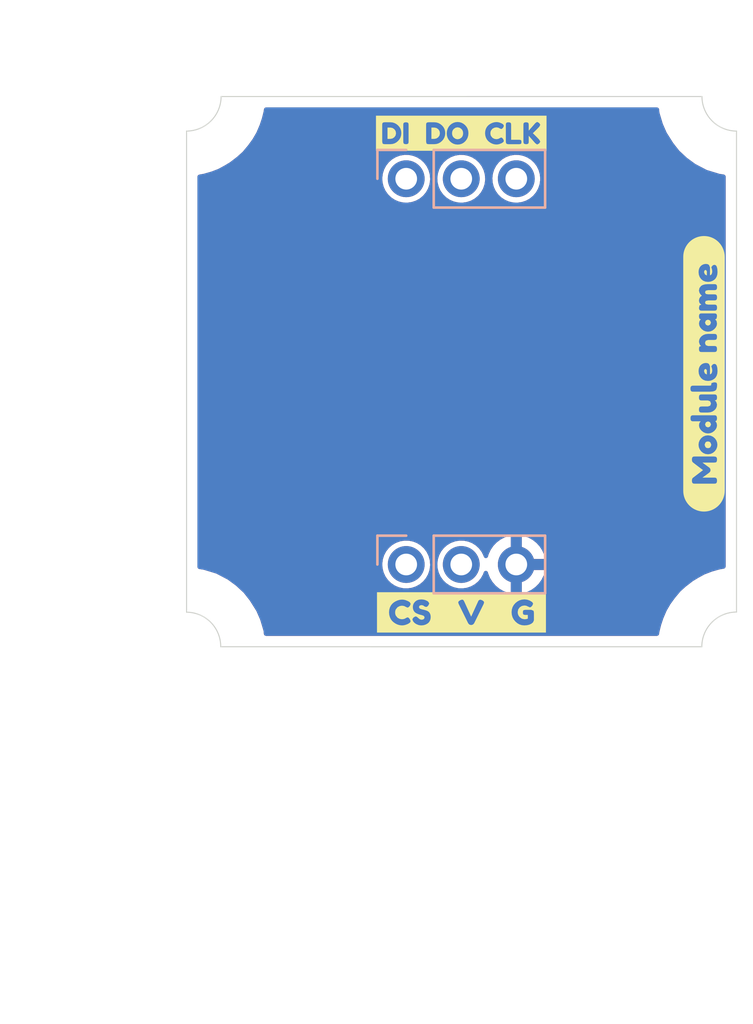
<source format=kicad_pcb>
(kicad_pcb (version 20211014) (generator pcbnew)
  (title_block (title "PRODUCT NAME"))
  (layers (0 "F.Cu" signal) (31 "B.Cu" signal) (34 "B.Paste" user) (35 "F.Paste" user) (36 "B.SilkS" user "B.Silkscreen") (37 "F.SilkS" user "F.Silkscreen") (38 "B.Mask" user) (39 "F.Mask" user) (44 "Edge.Cuts" user))
  (net 0 "")
  (net 1 "GND")
  (net 2 "V")
  (net 3 "DI")
  (net 4 "DO")
  (net 5 "CLK")
  (net 6 "CS")
  (footprint "kibuzzard-63E39612" (layer "F.Cu") (at 89.3842 56.8384)
    (fp_text reference "kibuzzard-63E39612" hide)
    (fp_text value "G***" hide)
    (fp_poly (pts (xy -3.567824 -0.930804) (xy -3.898553 -0.930804) (xy -3.898553 0.930804) (xy -3.567824 0.930804) (xy -2.736056 0.930804) (xy -2.736056 0.600075) (xy -2.811859 0.595114) (xy -2.888456 0.580231) (xy -2.966641 0.553641) (xy -3.047206 0.513556) (xy -3.124795 0.461566) (xy -3.19405 0.399256) (xy -3.253383 0.322263) (xy -3.301206 0.226219) (xy -3.332758 0.116086) (xy -3.343275 -0.003175) (xy -3.332956 -0.121245) (xy -3.302 -0.227806) (xy -3.25497 -0.319881) (xy -3.196431 -0.394494) (xy -3.127573 -0.455017) (xy -3.049588 -0.504825) (xy -2.945694 -0.55245) (xy -2.841449 -0.581025) (xy -2.73685 -0.59055) (xy -2.661642 -0.584795) (xy -2.585244 -0.567531) (xy -2.468563 -0.5207) (xy -2.430463 -0.498475) (xy -2.386013 -0.4699) (xy -2.344738 -0.394494) (xy -2.378075 -0.306388) (xy -2.436813 -0.242094) (xy -2.4892 -0.220663) (xy -2.570163 -0.255587) (xy -2.64795 -0.296069) (xy -2.747963 -0.309562) (xy -2.850356 -0.291703) (xy -2.951163 -0.238125) (xy -3.030538 -0.1397) (xy -3.05435 -0.072033) (xy -3.062288 0.003969) (xy -3.05435 0.07997) (xy -3.030538 0.147637) (xy -2.949575 0.24765) (xy -2.850753 0.300038) (xy -2.747963 0.3175) (xy -2.655094 0.3048) (xy -2.592388 0.2794) (xy -2.563813 0.258762) (xy -2.487613 0.227013) (xy -2.436416 0.249238) (xy -2.38125 0.315913) (xy -2.346325 0.404813) (xy -2.367756 0.460375) (xy -2.417763 0.500063) (xy -2.472531 0.5334) (xy -2.579688 0.574675) (xy -2.659261 0.593725) (xy -2.736056 0.600075) (xy -2.736056 0.930804) (xy -1.843088 0.930804) (xy -1.843088 0.600075) (xy -1.915716 0.595511) (xy -1.984375 0.581819) (xy -2.092325 0.536575) (xy -2.163763 0.486569) (xy -2.2098 0.43815) (xy -2.224088 0.420688) (xy -2.265363 0.329406) (xy -2.248297 0.282377) (xy -2.1971 0.22225) (xy -2.112963 0.18415) (xy -2.059781 0.203994) (xy -1.989138 0.263525) (xy -1.925638 0.315119) (xy -1.849438 0.339725) (xy -1.767417 0.326319) (xy -1.718204 0.286103) (xy -1.7018 0.219075) (xy -1.742281 0.157956) (xy -1.843088 0.122237) (xy -1.905794 0.107752) (xy -1.973263 0.086519) (xy -2.040731 0.05973) (xy -2.103438 0.028575) (xy -2.158802 -0.014486) (xy -2.204244 -0.076994) (xy -2.234605 -0.156567) (xy -2.244725 -0.250825) (xy -2.233172 -0.33999) (xy -2.198511 -0.421217) (xy -2.140744 -0.494506) (xy -2.063044 -0.552274) (xy -1.968588 -0.586934) (xy -1.857375 -0.598487) (xy -1.766292 -0.592336) (xy -1.683544 -0.573881) (xy -1.5748 -0.523875) (xy -1.535113 -0.493712) (xy -1.4859 -0.415925) (xy -1.524 -0.328613) (xy -1.578769 -0.269081) (xy -1.635125 -0.249237) (xy -1.717675 -0.280987) (xy -1.735931 -0.296863) (xy -1.760538 -0.3175) (xy -1.845469 -0.338138) (xy -1.931194 -0.313531) (xy -1.965325 -0.245269) (xy -1.924844 -0.174625) (xy -1.824038 -0.138112) (xy -1.760934 -0.126008) (xy -1.692275 -0.108744) (xy -1.623616 -0.086717) (xy -1.560513 -0.060325) (xy -1.505148 -0.021233) (xy -1.459706 0.038894) (xy -1.429345 0.117673) (xy -1.419225 0.212725) (xy -1.429544 0.309761) (xy -1.4605 0.394494) (xy -1.508125 0.464145) (xy -1.56845 0.515938) (xy -1.656115 0.562681) (xy -1.747661 0.590726) (xy -1.843088 0.600075) (xy -1.843088 0.930804) (xy 0.455612 0.930804) (xy 0.455612 0.582613) (xy 0.439737 0.582613) (xy 0.364331 0.561181) (xy 0.31115 0.504825) (xy -0.127 -0.384175) (xy -0.150813 -0.460375) (xy -0.127397 -0.513556) (xy -0.05715 -0.561975) (xy 0.023019 -0.588963) (xy 0.065087 -0.582613) (xy 0.092075 -0.560388) (xy 0.118269 -0.518319) (xy 0.139502 -0.473869) (xy 0.179387 -0.386556) (xy 0.230386 -0.274439) (xy 0.284956 -0.155575) (xy 0.339725 -0.036711) (xy 0.391319 0.075406) (xy 0.430411 0.160139) (xy 0.447675 0.19685) (xy 0.765175 -0.498475) (xy 0.7874 -0.5461) (xy 0.85725 -0.588963) (xy 0.950912 -0.561975) (xy 1.021159 -0.513556) (xy 1.044575 -0.460375) (xy 1.020762 -0.384175) (xy 0.582612 0.504825) (xy 0.529431 0.561181) (xy 0.455612 0.582613) (xy 0.455612 0.930804) (xy 2.898775 0.930804) (xy 2.898775 0.600075) (xy 2.784376 0.588913) (xy 2.677716 0.555427) (xy 2.578795 0.499616) (xy 2.487613 0.421481) (xy 2.411214 0.327571) (xy 2.356644 0.224433) (xy 2.323902 0.112068) (xy 2.312987 -0.009525) (xy 2.3241 -0.130522) (xy 2.357438 -0.241102) (xy 2.413 -0.341263) (xy 2.490788 -0.431006) (xy 2.583656 -0.504974) (xy 2.684463 -0.557808) (xy 2.793206 -0.589508) (xy 2.909888 -0.600075) (xy 3.032478 -0.586317) (xy 3.150482 -0.545042) (xy 3.2639 -0.47625) (xy 3.306763 -0.405606) (xy 3.27025 -0.315913) (xy 3.211116 -0.252809) (xy 3.157537 -0.231775) (xy 3.0607 -0.275431) (xy 2.987675 -0.308173) (xy 2.90195 -0.319087) (xy 2.788047 -0.297855) (xy 2.687637 -0.234156) (xy 2.617391 -0.136128) (xy 2.593975 -0.011906) (xy 2.604558 0.075053) (xy 2.636308 0.152841) (xy 2.689225 0.221456) (xy 2.790825 0.293489) (xy 2.905125 0.3175) (xy 2.988072 0.310356) (xy 3.062288 0.288925) (xy 3.062288 0.115888) (xy 2.936875 0.115888) (xy 2.867025 0.103188) (xy 2.840038 0.065881) (xy 2.833688 -0.000794) (xy 2.840831 -0.068263) (xy 2.867025 -0.103187) (xy 2.943225 -0.117475) (xy 3.222625 -0.117475) (xy 3.3274 -0.073025) (xy 3.343275 0.015875) (xy 3.343275 0.365125) (xy 3.298825 0.461963) (xy 3.223816 0.522387) (xy 3.132138 0.565547) (xy 3.023791 0.591443) (xy 2.898775 0.600075) (xy 2.898775 0.930804) (xy 3.567824 0.930804) (xy 3.898553 0.930804) (xy 3.898553 -0.930804) (xy 3.567824 -0.930804) (xy -3.567824 -0.930804)) (layer "F.SilkS") (width 0) (fill solid))
  )
  (footprint "kibuzzard-63E392E0" (layer "F.Cu") (at 100.5742 45.8284 90)
    (fp_text reference "kibuzzard-63E392E0" hide)
    (fp_text value "G***" hide)
    (fp_poly (pts (xy 2.220913 0.187325) (xy 2.262188 0.281781) (xy 2.3622 0.32385) (xy 2.459831 0.280987) (xy 2.498725 0.186531) (xy 2.461419 0.090488) (xy 2.361406 0.046037) (xy 2.259806 0.090488) (xy 2.220913 0.187325)) (layer "F.SilkS") (width 0) (fill solid))
    (fp_poly (pts (xy -2.433637 0.282575) (xy -2.333625 0.325438) (xy -2.235994 0.282575) (xy -2.1971 0.188119) (xy -2.234406 0.092075) (xy -2.335212 0.047625) (xy -2.436812 0.091281) (xy -2.474912 0.187325) (xy -2.433637 0.282575)) (layer "F.SilkS") (width 0) (fill solid))
    (fp_poly (pts (xy -3.381375 0.300831) (xy -3.278187 0.339725) (xy -3.173412 0.300037) (xy -3.134122 0.250825) (xy -3.121025 0.182563) (xy -3.133328 0.114697) (xy -3.170237 0.066675) (xy -3.2766 0.028575) (xy -3.382962 0.068263) (xy -3.419872 0.117277) (xy -3.432175 0.184944) (xy -3.419475 0.252413) (xy -3.381375 0.300831)) (layer "F.SilkS") (width 0) (fill solid))
    (fp_poly (pts (xy -5.070475 -0.956204) (xy -5.401204 -0.956204) (xy -5.494928 -0.9516) (xy -5.58775 -0.937831) (xy -5.678776 -0.91503) (xy -5.767128 -0.883417) (xy -5.851956 -0.843297) (xy -5.932443 -0.795055) (xy -6.007814 -0.739156) (xy -6.077343 -0.676138) (xy -6.14036 -0.60661) (xy -6.196259 -0.531239) (xy -6.244501 -0.450752) (xy -6.284622 -0.365923) (xy -6.316234 -0.277571) (xy -6.339035 -0.186546) (xy -6.352804 -0.093724) (xy -6.357408 0) (xy -6.352804 0.093724) (xy -6.339035 0.186546) (xy -6.316234 0.277571) (xy -6.284622 0.365923) (xy -6.244501 0.450752) (xy -6.196259 0.531239) (xy -6.14036 0.60661) (xy -6.077343 0.676138) (xy -6.007814 0.739156) (xy -5.932443 0.795055) (xy -5.851956 0.843297) (xy -5.767128 0.883417) (xy -5.678776 0.91503) (xy -5.58775 0.937831) (xy -5.494928 0.9516) (xy -5.401204 0.956204) (xy -5.070475 0.956204) (xy -3.952875 0.956204) (xy -3.952875 0.60325) (xy -4.0259 0.595313) (xy -4.067175 0.576263) (xy -4.0894 0.544513) (xy -4.097337 0.461963) (xy -4.097337 -0.06985) (xy -4.146153 -0.006152) (xy -4.213225 0.086519) (xy -4.275534 0.173633) (xy -4.310062 0.220663) (xy -4.338637 0.257969) (xy -4.377531 0.286544) (xy -4.444206 0.3048) (xy -4.509294 0.288131) (xy -4.551362 0.255587) (xy -4.564062 0.238125) (xy -4.611291 0.176014) (xy -4.689475 0.069056) (xy -4.761706 -0.030361) (xy -4.791075 -0.06985) (xy -4.791075 0.465137) (xy -4.793456 0.519906) (xy -4.808537 0.560387) (xy -4.8514 0.592534) (xy -4.932362 0.60325) (xy -5.010944 0.592534) (xy -5.053012 0.560387) (xy -5.068094 0.519113) (xy -5.070475 0.461963) (xy -5.070475 -0.4191) (xy -5.068094 -0.473869) (xy -5.053012 -0.515937) (xy -5.01015 -0.546894) (xy -4.929187 -0.557213) (xy -4.855369 -0.546894) (xy -4.814887 -0.525463) (xy -4.805362 -0.515937) (xy -4.445 -0.042862) (xy -4.344225 -0.176022) (xy -4.257802 -0.289751) (xy -4.185729 -0.384048) (xy -4.128008 -0.458915) (xy -4.084637 -0.51435) (xy -4.039195 -0.546497) (xy -3.956844 -0.557213) (xy -3.875683 -0.546497) (xy -3.833812 -0.51435) (xy -3.818731 -0.471488) (xy -3.81635 -0.415925) (xy -3.81635 0.465137) (xy -3.831431 0.552053) (xy -3.876675 0.593725) (xy -3.952875 0.60325) (xy -3.952875 0.956204) (xy -3.2766 0.956204) (xy -3.2766 0.619125) (xy -3.379787 0.606227) (xy -3.4798 0.567531) (xy -3.570486 0.503634) (xy -3.645694 0.415131) (xy -3.696295 0.307777) (xy -3.713162 0.187325) (xy -3.698346 0.067733) (xy -3.653896 -0.037042) (xy -3.579812 -0.127) (xy -3.486679 -0.195792) (xy -3.385079 -0.237067) (xy -3.275012 -0.250825) (xy -3.165122 -0.237155) (xy -3.064051 -0.196144) (xy -2.9718 -0.127794) (xy -2.898599 -0.038276) (xy -2.854678 0.066234) (xy -2.840037 0.185738) (xy -2.857103 0.310158) (xy -2.9083 0.419894) (xy -2.983905 0.508794) (xy -3.074194 0.570706) (xy -3.173611 0.60702) (xy -3.2766 0.619125) (xy -3.2766 0.956204) (xy -2.066131 0.956204) (xy -2.066131 0.60325) (xy -2.152055 0.583803) (xy -2.189162 0.525463) (xy -2.268934 0.582613) (xy -2.3749 0.601663) (xy -2.467328 0.587816) (xy -2.554111 0.546276) (xy -2.63525 0.477044) (xy -2.700514 0.389378) (xy -2.739672 0.292541) (xy -2.752725 0.186531) (xy -2.739584 0.080433) (xy -2.700161 -0.016669) (xy -2.634456 -0.104775) (xy -2.553053 -0.174449) (xy -2.466534 -0.216253) (xy -2.3749 -0.230188) (xy -2.270522 -0.210344) (xy -2.192337 -0.150812) (xy -2.192337 -0.484187) (xy -2.189956 -0.538956) (xy -2.175669 -0.580231) (xy -2.1336 -0.612775) (xy -2.053431 -0.6223) (xy -1.973262 -0.612775) (xy -1.931194 -0.579437) (xy -1.916906 -0.537369) (xy -1.914525 -0.4826) (xy -1.914525 0.465137) (xy -1.916906 0.519906) (xy -1.931987 0.560387) (xy -1.97743 0.592534) (xy -2.066131 0.60325) (xy -2.066131 0.956204) (xy -1.0922 0.956204) (xy -1.0922 0.60325) (xy -1.170384 0.593725) (xy -1.211262 0.56515) (xy -1.227137 0.500063) (xy -1.255712 0.531813) (xy -1.298575 0.566738) (xy -1.41605 0.601663) (xy -1.516856 0.588169) (xy -1.605492 0.547688) (xy -1.681956 0.480219) (xy -1.740605 0.393347) (xy -1.775795 0.294658) (xy -1.787525 0.18415) (xy -1.787525 -0.093663) (xy -1.785144 -0.149225) (xy -1.77165 -0.1905) (xy -1.729581 -0.222647) (xy -1.647825 -0.233363) (xy -1.559719 -0.218281) (xy -1.51765 -0.173037) (xy -1.508125 -0.092075) (xy -1.508125 0.185738) (xy -1.470819 0.287337) (xy -1.370806 0.32385) (xy -1.269206 0.28575) (xy -1.230312 0.185738) (xy -1.230312 -0.09525) (xy -1.227931 -0.150019) (xy -1.21285 -0.192088) (xy -1.171972 -0.223044) (xy -1.090612 -0.233363) (xy -1.010047 -0.222647) (xy -0.968375 -0.1905) (xy -0.954881 -0.148431) (xy -0.9525 -0.093663) (xy -0.9525 0.468313) (xy -0.954881 0.521494) (xy -0.969962 0.561975) (xy -1.012428 0.592931) (xy -1.0922 0.60325) (xy -1.0922 0.956204) (xy -0.4953 0.956204) (xy -0.4953 0.605631) (xy -0.6223 0.598488) (xy -0.723106 0.570309) (xy -0.78105 0.517525) (xy -0.814387 0.416719) (xy -0.8255 0.269875) (xy -0.8255 -0.485775) (xy -0.823119 -0.540544) (xy -0.809625 -0.582613) (xy -0.767556 -0.614759) (xy -0.6858 -0.625475) (xy -0.607219 -0.614759) (xy -0.56515 -0.582613) (xy -0.550069 -0.53975) (xy -0.547687 -0.484187) (xy -0.547687 0.250825) (xy -0.538162 0.323056) (xy -0.496094 0.338138) (xy -0.452437 0.340519) (xy -0.42545 0.354012) (xy -0.3937 0.466725) (xy -0.401637 0.547291) (xy -0.42545 0.588963) (xy -0.4953 0.605631) (xy -0.4953 0.956204) (xy 0.12065 0.956204) (xy 0.12065 0.625475) (xy 0.009724 0.615355) (xy -0.088106 0.584994) (xy -0.169267 0.537964) (xy -0.230187 0.477837) (xy -0.28575 0.388761) (xy -0.319087 0.292982) (xy -0.3302 0.1905) (xy -0.315824 0.066058) (xy -0.272697 -0.040569) (xy -0.200819 -0.129381) (xy -0.107421 -0.195968) (xy 0.000265 -0.23592) (xy 0.122238 -0.249238) (xy 0.225227 -0.239514) (xy 0.313531 -0.210344) (xy 0.387152 -0.161727) (xy 0.446088 -0.093663) (xy 0.486569 -0.007342) (xy 0.500063 0.086519) (xy 0.487958 0.17145) (xy 0.451644 0.230981) (xy 0.344488 0.277813) (xy -0.03175 0.277813) (xy 0.020638 0.352425) (xy 0.125413 0.382588) (xy 0.207566 0.377825) (xy 0.269875 0.363538) (xy 0.287338 0.357188) (xy 0.350838 0.339725) (xy 0.43815 0.411163) (xy 0.458788 0.484187) (xy 0.437654 0.546001) (xy 0.374253 0.590153) (xy 0.268585 0.616645) (xy 0.12065 0.625475) (xy 0.12065 0.956204) (xy 1.700213 0.956204) (xy 1.700213 0.60325) (xy 1.611313 0.588566) (xy 1.570038 0.544513) (xy 1.560513 0.46355) (xy 1.560513 0.18415) (xy 1.523206 0.08255) (xy 1.423194 0.046037) (xy 1.321594 0.084138) (xy 1.2827 0.18415) (xy 1.2827 0.465137) (xy 1.280319 0.519906) (xy 1.265238 0.560387) (xy 1.224359 0.592534) (xy 1.143 0.60325) (xy 1.062434 0.592534) (xy 1.020763 0.560387) (xy 1.007269 0.518319) (xy 1.004888 0.46355) (xy 1.004888 -0.098425) (xy 1.007269 -0.151606) (xy 1.02235 -0.192088) (xy 1.064022 -0.221853) (xy 1.144588 -0.231775) (xy 1.222772 -0.222647) (xy 1.26365 -0.195263) (xy 1.279525 -0.130175) (xy 1.3081 -0.161925) (xy 1.350963 -0.195263) (xy 1.470025 -0.231775) (xy 1.569949 -0.218281) (xy 1.658056 -0.1778) (xy 1.734344 -0.110331) (xy 1.792993 -0.02346) (xy 1.828183 0.07523) (xy 1.839913 0.185738) (xy 1.839913 0.465137) (xy 1.837531 0.519906) (xy 1.824038 0.560387) (xy 1.781969 0.592534) (xy 1.700213 0.60325) (xy 1.700213 0.956204) (xy 2.661444 0.956204) (xy 2.661444 0.601663) (xy 2.545556 0.580231) (xy 2.511425 0.517525) (xy 2.433042 0.580628) (xy 2.315369 0.601663) (xy 2.226028 0.587728) (xy 2.141097 0.545924) (xy 2.060575 0.47625) (xy 1.995311 0.388144) (xy 1.956153 0.291042) (xy 1.9431 0.184944) (xy 1.956241 0.078934) (xy 1.995664 -0.017903) (xy 2.061369 -0.105569) (xy 2.142772 -0.174801) (xy 2.229291 -0.216341) (xy 2.320925 -0.230188) (xy 2.41935 -0.211138) (xy 2.481263 -0.175419) (xy 2.509838 -0.142875) (xy 2.545953 -0.20955) (xy 2.63525 -0.231775) (xy 2.727325 -0.22225) (xy 2.769394 -0.188912) (xy 2.783681 -0.146844) (xy 2.786063 -0.092075) (xy 2.786063 0.46355) (xy 2.783681 0.518319) (xy 2.770188 0.560387) (xy 2.731889 0.591344) (xy 2.661444 0.601663) (xy 2.661444 0.956204) (xy 3.997325 0.956204) (xy 3.997325 0.604838) (xy 3.916759 0.593725) (xy 3.875088 0.560387) (xy 3.861594 0.518319) (xy 3.859213 0.46355) (xy 3.859213 0.185738) (xy 3.834606 0.082153) (xy 3.760788 0.047625) (xy 3.685381 0.084138) (xy 3.665538 0.187325) (xy 3.665538 0.465137) (xy 3.663156 0.5207) (xy 3.648075 0.561975) (xy 3.606006 0.594122) (xy 3.52425 0.604838) (xy 3.443684 0.593725) (xy 3.402013 0.560387) (xy 3.388519 0.518319) (xy 3.386138 0.46355) (xy 3.386138 0.185738) (xy 3.361531 0.082153) (xy 3.287713 0.047625) (xy 3.216275 0.082153) (xy 3.192463 0.185738) (xy 3.192463 0.466725) (xy 3.190081 0.521494) (xy 3.175 0.563563) (xy 3.132138 0.594519) (xy 3.051175 0.604838) (xy 2.970609 0.594122) (xy 2.928938 0.561975) (xy 2.915444 0.5207) (xy 2.913063 0.465137) (xy 2.913063 -0.093663) (xy 2.915444 -0.148431) (xy 2.930525 -0.188912) (xy 2.970609 -0.221059) (xy 3.043238 -0.231775) (xy 3.159125 -0.2032) (xy 3.186113 -0.12065) (xy 3.268266 -0.205184) (xy 3.3655 -0.233363) (xy 3.464278 -0.218017) (xy 3.544711 -0.171979) (xy 3.6068 -0.09525) (xy 3.648869 -0.145256) (xy 3.72745 -0.202406) (xy 3.838575 -0.233363) (xy 3.955256 -0.208955) (xy 4.0513 -0.135731) (xy 4.098925 -0.056444) (xy 4.1275 0.051241) (xy 4.137025 0.187325) (xy 4.137025 0.465137) (xy 4.134644 0.519906) (xy 4.119563 0.561975) (xy 4.078684 0.594122) (xy 3.997325 0.604838) (xy 3.997325 0.956204) (xy 4.691063 0.956204) (xy 4.691063 0.625475) (xy 4.580136 0.615355) (xy 4.482306 0.584994) (xy 4.401145 0.537964) (xy 4.340225 0.477837) (xy 4.284663 0.388761) (xy 4.251325 0.292982) (xy 4.240213 0.1905) (xy 4.254588 0.066058) (xy 4.297715 -0.040569) (xy 4.369594 -0.129381) (xy 4.462992 -0.195968) (xy 4.570677 -0.23592) (xy 4.69265 -0.249238) (xy 4.795639 -0.239514) (xy 4.883944 -0.210344) (xy 4.957564 -0.161727) (xy 5.0165 -0.093663) (xy 5.056981 -0.007342) (xy 5.070475 0.086519) (xy 5.05837 0.17145) (xy 5.022056 0.230981) (xy 4.9149 0.277813) (xy 4.538663 0.277813) (xy 4.59105 0.352425) (xy 4.695825 0.382588) (xy 4.777978 0.377825) (xy 4.840288 0.363538) (xy 4.85775 0.357188) (xy 4.92125 0.339725) (xy 5.008563 0.411163) (xy 5.0292 0.484187) (xy 5.008066 0.546001) (xy 4.944666 0.590153) (xy 4.838998 0.616645) (xy 4.691063 0.625475) (xy 4.691063 0.956204) (xy 5.070475 0.956204) (xy 5.401204 0.956204) (xy 5.494929 0.9516) (xy 5.58775 0.937831) (xy 5.678776 0.91503) (xy 5.767128 0.883417) (xy 5.851956 0.843297) (xy 5.932443 0.795055) (xy 6.007814 0.739156) (xy 6.077343 0.676138) (xy 6.14036 0.606609) (xy 6.196259 0.531239) (xy 6.244501 0.450751) (xy 6.284622 0.365923) (xy 6.316234 0.277571) (xy 6.339035 0.186546) (xy 6.352804 0.093724) (xy 6.357408 0) (xy 6.352804 -0.093724) (xy 6.339035 -0.186546) (xy 6.316234 -0.277571) (xy 6.284622 -0.365923) (xy 6.244501 -0.450751) (xy 6.196259 -0.531239) (xy 6.14036 -0.606609) (xy 6.077343 -0.676138) (xy 6.007814 -0.739156) (xy 5.932443 -0.795055) (xy 5.851956 -0.843297) (xy 5.767128 -0.883417) (xy 5.678776 -0.91503) (xy 5.58775 -0.937831) (xy 5.494929 -0.9516) (xy 5.401204 -0.956204) (xy 5.070475 -0.956204) (xy -5.070475 -0.956204)) (layer "F.SilkS") (width 0) (fill solid))
    (fp_poly (pts (xy 4.735513 0.13335) (xy 4.795838 0.08255) (xy 4.768056 0.023812) (xy 4.688681 0.001587) (xy 4.586288 0.043656) (xy 4.535488 0.13335) (xy 4.735513 0.13335)) (layer "F.SilkS") (width 0) (fill solid))
    (fp_poly (pts (xy 0.1651 0.13335) (xy 0.225425 0.08255) (xy 0.197644 0.023812) (xy 0.118269 0.001587) (xy 0.015875 0.043656) (xy -0.034925 0.13335) (xy 0.1651 0.13335)) (layer "F.SilkS") (width 0) (fill solid))
  )
  (footprint "kibuzzard-63E39651" (layer "F.Cu") (at 89.3742 34.7284)
    (fp_text reference "kibuzzard-63E39651" hide)
    (fp_text value "G***" hide)
    (fp_poly (pts (xy -0.425386 0.002072) (xy -0.416563 0.078878) (xy -0.390091 0.145402) (xy -0.345972 0.201644) (xy -0.261896 0.259134) (xy -0.168497 0.278297) (xy -0.075271 0.259652) (xy 0.008287 0.203716) (xy 0.052022 0.148317) (xy 0.078264 0.081563) (xy 0.087011 0.003453) (xy 0.078187 -0.074811) (xy 0.051715 -0.142026) (xy 0.007596 -0.198191) (xy -0.07648 -0.255163) (xy -0.169878 -0.274153) (xy -0.263104 -0.25499) (xy -0.346662 -0.197501) (xy -0.390398 -0.141258) (xy -0.416639 -0.074734) (xy -0.425386 0.002072)) (layer "F.SilkS") (width 0) (fill solid))
    (fp_poly (pts (xy -1.244394 -0.261723) (xy -1.376982 -0.261723) (xy -1.376982 0.260342) (xy -1.243012 0.260342) (xy -1.148405 0.24187) (xy -1.063466 0.186452) (xy -1.003387 0.103066) (xy -0.983361 0.000691) (xy -1.002869 -0.102031) (xy -1.061395 -0.186452) (xy -1.146161 -0.242905) (xy -1.244394 -0.261723)) (layer "F.SilkS") (width 0) (fill solid))
    (fp_poly (pts (xy -3.647551 -0.81049) (xy -3.935286 -0.81049) (xy -3.935286 0.81049) (xy -3.647551 0.81049) (xy -3.273266 0.81049) (xy -3.273266 0.504801) (xy -3.526012 0.504801) (xy -3.594378 0.496169) (xy -3.630978 0.470273) (xy -3.647551 0.381881) (xy -3.647551 -0.386024) (xy -3.645479 -0.434364) (xy -3.632359 -0.470273) (xy -3.595759 -0.498241) (xy -3.524631 -0.507563) (xy -3.269123 -0.506182) (xy -3.172013 -0.497162) (xy -3.080945 -0.4701) (xy -2.995919 -0.424998) (xy -2.916936 -0.361855) (xy -2.850469 -0.285548) (xy -2.802993 -0.200954) (xy -2.774507 -0.108073) (xy -2.765012 -0.006906) (xy -2.774292 0.09465) (xy -2.80213 0.188696) (xy -2.848527 0.275232) (xy -2.913483 0.354259) (xy -2.991646 0.420121) (xy -3.077664 0.467166) (xy -3.171538 0.495392) (xy -3.273266 0.504801) (xy -3.273266 0.81049) (xy -2.5537 0.81049) (xy -2.5537 0.506182) (xy -2.630353 0.493062) (xy -2.666952 0.4537) (xy -2.675239 0.383262) (xy -2.675239 -0.384643) (xy -2.673167 -0.432292) (xy -2.660047 -0.468892) (xy -2.623447 -0.49686) (xy -2.552319 -0.506182) (xy -2.475321 -0.493407) (xy -2.437686 -0.455081) (xy -2.43078 -0.383262) (xy -2.43078 0.384643) (xy -2.432852 0.432983) (xy -2.445972 0.468892) (xy -2.482572 0.49686) (xy -2.5537 0.506182) (xy -2.5537 0.81049) (xy -1.247156 0.81049) (xy -1.247156 0.504801) (xy -1.499902 0.504801) (xy -1.568267 0.496169) (xy -1.604867 0.470273) (xy -1.621441 0.381881) (xy -1.621441 -0.386024) (xy -1.619369 -0.434364) (xy -1.606248 -0.470273) (xy -1.569649 -0.498241) (xy -1.498521 -0.507563) (xy -1.243012 -0.506182) (xy -1.145902 -0.497162) (xy -1.054834 -0.4701) (xy -0.969809 -0.424998) (xy -0.890826 -0.361855) (xy -0.824359 -0.285548) (xy -0.776883 -0.200954) (xy -0.748397 -0.108073) (xy -0.738902 -0.006906) (xy -0.748181 0.09465) (xy -0.77602 0.188696) (xy -0.822417 0.275232) (xy -0.887373 0.354259) (xy -0.965536 0.420121) (xy -1.051554 0.467166) (xy -1.145427 0.495392) (xy -1.247156 0.504801) (xy -1.247156 0.81049) (xy -0.165735 0.81049) (xy -0.165735 0.522756) (xy -0.266773 0.513261) (xy -0.359956 0.484775) (xy -0.445283 0.437299) (xy -0.522756 0.370832) (xy -0.587108 0.291245) (xy -0.633073 0.204406) (xy -0.660653 0.110317) (xy -0.669846 0.008977) (xy -0.659487 -0.102031) (xy -0.628412 -0.205788) (xy -0.580072 -0.297805) (xy -0.517922 -0.373594) (xy -0.443686 -0.434019) (xy -0.359092 -0.479941) (xy -0.267938 -0.508945) (xy -0.174022 -0.518612) (xy -0.075185 -0.509376) (xy 0.016919 -0.481667) (xy 0.10229 -0.435486) (xy 0.180927 -0.370832) (xy 0.24679 -0.292496) (xy 0.293834 -0.20527) (xy 0.322061 -0.109152) (xy 0.33147 -0.004143) (xy 0.322493 0.101254) (xy 0.295561 0.198537) (xy 0.250674 0.287706) (xy 0.187833 0.36876) (xy 0.111871 0.436133) (xy 0.027623 0.484257) (xy -0.064913 0.513131) (xy -0.165735 0.522756) (xy -0.165735 0.81049) (xy 1.627656 0.81049) (xy 1.627656 0.519994) (xy 1.561707 0.515678) (xy 1.495068 0.50273) (xy 1.427047 0.479596) (xy 1.356955 0.444722) (xy 1.289453 0.39949) (xy 1.229201 0.345281) (xy 1.177582 0.278297) (xy 1.135975 0.194739) (xy 1.108525 0.098923) (xy 1.099376 -0.004834) (xy 1.108353 -0.107555) (xy 1.135285 -0.200263) (xy 1.176201 -0.280368) (xy 1.22713 -0.345281) (xy 1.287036 -0.397937) (xy 1.354884 -0.441269) (xy 1.445271 -0.482703) (xy 1.535964 -0.507563) (xy 1.626965 -0.51585) (xy 1.692396 -0.510844) (xy 1.758863 -0.495824) (xy 1.860375 -0.455081) (xy 1.893522 -0.435745) (xy 1.932194 -0.410885) (xy 1.968103 -0.345281) (xy 1.9391 -0.268629) (xy 1.887998 -0.212693) (xy 1.842421 -0.194048) (xy 1.771983 -0.224433) (xy 1.704308 -0.259652) (xy 1.617297 -0.271391) (xy 1.528215 -0.255853) (xy 1.440513 -0.20924) (xy 1.371457 -0.123611) (xy 1.35074 -0.06474) (xy 1.343835 0.001381) (xy 1.35074 0.067502) (xy 1.371457 0.126373) (xy 1.441895 0.213384) (xy 1.52787 0.258961) (xy 1.617297 0.274153) (xy 1.698093 0.263104) (xy 1.752648 0.241006) (xy 1.777508 0.223052) (xy 1.843802 0.195429) (xy 1.888343 0.214765) (xy 1.936337 0.272772) (xy 1.966722 0.350115) (xy 1.948077 0.398455) (xy 1.904571 0.432983) (xy 1.856923 0.461986) (xy 1.763697 0.497896) (xy 1.694468 0.514469) (xy 1.627656 0.519994) (xy 1.627656 0.81049) (xy 2.67662 0.81049) (xy 2.67662 0.506182) (xy 2.179415 0.506182) (xy 2.102763 0.493062) (xy 2.066163 0.4537) (xy 2.057876 0.383262) (xy 2.057876 -0.384643) (xy 2.059948 -0.432292) (xy 2.073069 -0.468892) (xy 2.109668 -0.49686) (xy 2.180796 -0.506182) (xy 2.257794 -0.493407) (xy 2.29543 -0.455081) (xy 2.302335 -0.383262) (xy 2.302335 0.301776) (xy 2.678001 0.301776) (xy 2.744295 0.312134) (xy 2.771918 0.344591) (xy 2.778824 0.403288) (xy 2.771918 0.461986) (xy 2.748439 0.492371) (xy 2.67662 0.506182) (xy 2.67662 0.81049) (xy 3.501842 0.81049) (xy 3.501842 0.519994) (xy 3.416903 0.461986) (xy 3.113056 0.115324) (xy 3.113056 0.384643) (xy 3.110984 0.432983) (xy 3.097863 0.468892) (xy 3.061264 0.49686) (xy 2.990136 0.506182) (xy 2.913483 0.493062) (xy 2.876883 0.4537) (xy 2.868597 0.383262) (xy 2.868597 -0.384643) (xy 2.870668 -0.432292) (xy 2.883789 -0.468892) (xy 2.920389 -0.49686) (xy 2.991517 -0.506182) (xy 3.068514 -0.493407) (xy 3.10615 -0.455081) (xy 3.113056 -0.383262) (xy 3.113056 -0.119467) (xy 3.185316 -0.200954) (xy 3.251831 -0.276363) (xy 3.312601 -0.345696) (xy 3.367625 -0.408951) (xy 3.416903 -0.46613) (xy 3.501152 -0.522756) (xy 3.592306 -0.475107) (xy 3.647551 -0.39224) (xy 3.606117 -0.308681) (xy 3.56054 -0.258098) (xy 3.503914 -0.198882) (xy 3.436239 -0.131034) (xy 3.357515 -0.054554) (xy 3.30227 -0.002072) (xy 3.400243 0.09314) (xy 3.482852 0.175748) (xy 3.550095 0.245754) (xy 3.601974 0.303157) (xy 3.647551 0.389477) (xy 3.592306 0.472345) (xy 3.501842 0.519994) (xy 3.501842 0.81049) (xy 3.647551 0.81049) (xy 3.935286 0.81049) (xy 3.935286 -0.81049) (xy 3.647551 -0.81049) (xy -3.647551 -0.81049)) (layer "F.SilkS") (width 0) (fill solid))
    (fp_poly (pts (xy -3.270504 -0.261723) (xy -3.403092 -0.261723) (xy -3.403092 0.260342) (xy -3.269123 0.260342) (xy -3.174516 0.24187) (xy -3.089577 0.186452) (xy -3.029498 0.103066) (xy -3.009471 0.000691) (xy -3.02898 -0.102031) (xy -3.087505 -0.186452) (xy -3.172271 -0.242905) (xy -3.270504 -0.261723)) (layer "F.SilkS") (width 0) (fill solid))
  )
  (footprint "Connector_PinHeader_2.54mm:PinHeader_1x03_P2.54mm_Vertical" (layer "B.Cu") (at 86.8342 36.8284 -90)
    (property "Reference" "J1")
    (property "Value" "UP (A)")
    (fp_text reference "J1" hide)
    (fp_text value "UP")
    (fp_line (start -1.33 1.33) (end 0 1.33) (layer "B.SilkS") (width 0.12))
    (fp_line (start -1.33 -1.27) (end 1.33 -1.27) (layer "B.SilkS") (width 0.12))
    (fp_line (start -1.33 -6.41) (end 1.33 -6.41) (layer "B.SilkS") (width 0.12))
    (fp_line (start -1.33 -1.27) (end -1.33 -6.41) (layer "B.SilkS") (width 0.12))
    (fp_line (start -1.33 0) (end -1.33 1.33) (layer "B.SilkS") (width 0.12))
    (fp_line (start 1.33 -1.27) (end 1.33 -6.41) (layer "B.SilkS") (width 0.12))
    (pad "1" thru_hole oval (at 0 0 270) (size 1.7 1.7) (drill 1) (layers *.Cu *.Mask) (net 3 "DI"))
    (pad "2" thru_hole oval (at 0 -2.54 270) (size 1.7 1.7) (drill 1) (layers *.Cu *.Mask) (net 4 "DO"))
    (pad "3" thru_hole oval (at 0 -5.08 270) (size 1.7 1.7) (drill 1) (layers *.Cu *.Mask) (net 5 "CLK"))
  )
  (footprint "Connector_PinHeader_2.54mm:PinHeader_1x03_P2.54mm_Vertical" (layer "B.Cu") (at 86.8342 54.6284 -90)
    (property "Reference" "J2")
    (property "Value" "DOWN (A)")
    (fp_text reference "J2" hide)
    (fp_text value "DOWN")
    (fp_line (start -1.33 -6.41) (end 1.33 -6.41) (layer "B.SilkS") (width 0.12))
    (fp_line (start -1.33 0) (end -1.33 1.33) (layer "B.SilkS") (width 0.12))
    (fp_line (start -1.33 1.33) (end 0 1.33) (layer "B.SilkS") (width 0.12))
    (fp_line (start -1.33 -1.27) (end -1.33 -6.41) (layer "B.SilkS") (width 0.12))
    (fp_line (start -1.33 -1.27) (end 1.33 -1.27) (layer "B.SilkS") (width 0.12))
    (fp_line (start 1.33 -1.27) (end 1.33 -6.41) (layer "B.SilkS") (width 0.12))
    (pad "1" thru_hole oval (at 0 0 270) (size 1.7 1.7) (drill 1) (layers *.Cu *.Mask) (net 6 "CS"))
    (pad "2" thru_hole oval (at 0 -2.54 270) (size 1.7 1.7) (drill 1) (layers *.Cu *.Mask) (net 2 "V"))
    (pad "3" thru_hole oval (at 0 -5.08 270) (size 1.7 1.7) (drill 1) (layers *.Cu *.Mask) (net 1 "GND"))
  )
  (gr_line (start 102.0754 34.6286) (end 102.0754 56.8234) (layer "Edge.Cuts") (width 0.05))
  (gr_line (start 76.6992 34.6284) (end 76.6992 56.829712) (layer "Edge.Cuts") (width 0.05))
  (gr_line (start 78.2742 58.4234) (end 100.4752 58.4236) (layer "Edge.Cuts") (width 0.05))
  (gr_arc (start 100.4752 58.4236) (mid 100.943888 57.292088) (end 102.0754 56.8234) (layer "Edge.Cuts") (width 0.05))
  (gr_arc (start 78.292888 33.034712) (mid 77.824209 34.159717) (end 76.6992 34.6284) (layer "Edge.Cuts") (width 0.05))
  (gr_arc (start 102.0754 34.6286) (mid 100.950383 34.159926) (end 100.481712 33.034912) (layer "Edge.Cuts") (width 0.05))
  (gr_line (start 100.481712 33.034912) (end 78.292888 33.034712) (layer "Edge.Cuts") (width 0.05))
  (gr_arc (start 76.6992 56.829712) (mid 77.817618 57.299535) (end 78.2742 58.4234) (layer "Edge.Cuts") (width 0.05))
  (gr_text "" (at 69.2742 75.4784 180) (layer "F.SilkS") (effects (font (size 1.27 1.27) (thickness 0.2))))
  (zone (net 0) (net_name "") (layers F&B.Cu) (connect_pads (clearance 0)) (min_thickness 0.254)
    (keepout (tracks not_allowed) (vias not_allowed) (pads allowed) (copperpour not_allowed) (footprints allowed))
    (fill (thermal_gap 0.508) (thermal_bridge_width 0.508))
    (polygon (pts (xy 76.6696 54.7654) (xy 76.9744 54.7908) (xy 77.4824 54.867) (xy 78.0666 55.0448) (xy 78.6 55.3242) (xy 78.981 55.6036) (xy 79.3366 55.9338) (xy 79.616 56.2894) (xy 79.9208 56.772) (xy 80.0986 57.1784) (xy 80.251 57.6864) (xy 80.3018 58.169) (xy 80.3272 58.4484) (xy 76.6696 58.4484)))
  )
  (zone (net 0) (net_name "") (layers F&B.Cu) (connect_pads (clearance 0)) (min_thickness 0.254)
    (keepout (tracks not_allowed) (vias not_allowed) (pads allowed) (copperpour not_allowed) (footprints allowed))
    (fill (thermal_gap 0.508) (thermal_bridge_width 0.508))
    (polygon (pts (xy 102.1004 58.437) (xy 98.4428 58.437) (xy 98.4682 58.056) (xy 98.519 57.7258) (xy 98.5952 57.421) (xy 98.6968 57.1162) (xy 98.8492 56.7606) (xy 99.027 56.4558) (xy 99.2302 56.1764) (xy 99.4842 55.8716) (xy 99.7382 55.643) (xy 100.0684 55.389) (xy 100.3224 55.2366) (xy 100.6018 55.0842) (xy 100.932 54.9572) (xy 101.2876 54.8556) (xy 101.7194 54.7794) (xy 102.1004 54.754)))
  )
  (zone (net 0) (net_name "") (layers F&B.Cu) (connect_pads (clearance 0)) (min_thickness 0.254)
    (keepout (tracks not_allowed) (vias not_allowed) (pads allowed) (copperpour not_allowed) (footprints allowed))
    (fill (thermal_gap 0.508) (thermal_bridge_width 0.508))
    (polygon (pts (xy 76.6728 33.020287) (xy 80.3304 33.020287) (xy 80.305 33.401287) (xy 80.2542 33.731487) (xy 80.178 34.036287) (xy 80.0764 34.341087) (xy 79.924 34.696687) (xy 79.7462 35.001487) (xy 79.543 35.280887) (xy 79.289 35.585687) (xy 79.035 35.814287) (xy 78.7048 36.068287) (xy 78.4508 36.220687) (xy 78.1714 36.373087) (xy 77.8412 36.500087) (xy 77.4856 36.601687) (xy 77.0538 36.677887) (xy 76.6728 36.703287)))
  )
  (zone (net 0) (net_name "") (layers F&B.Cu) (connect_pads (clearance 0)) (min_thickness 0.254)
    (keepout (tracks not_allowed) (vias not_allowed) (pads allowed) (copperpour not_allowed) (footprints allowed))
    (fill (thermal_gap 0.508) (thermal_bridge_width 0.508))
    (polygon (pts (xy 102.1004 36.704512) (xy 101.7956 36.679112) (xy 101.2876 36.602912) (xy 100.7034 36.425112) (xy 100.17 36.145712) (xy 99.789 35.866312) (xy 99.4334 35.536112) (xy 99.154 35.180512) (xy 98.8492 34.697912) (xy 98.6714 34.291512) (xy 98.519 33.783512) (xy 98.4682 33.300912) (xy 98.4428 33.021512) (xy 102.1004 33.021512)))
  )
  (zone (net 1) (net_name "GND") (layers F&B.Cu) (connect_pads (clearance 0)) (min_thickness 0.2) (fill yes (thermal_gap 0.508) (thermal_bridge_width 0.508) (smoothing fillet) (radius 0.5))
    (polygon (pts (xy 102.8542 58.9784) (xy 75.9542 58.9784) (xy 75.9542 32.3784) (xy 102.8542 32.3784)))
  )
)
</source>
